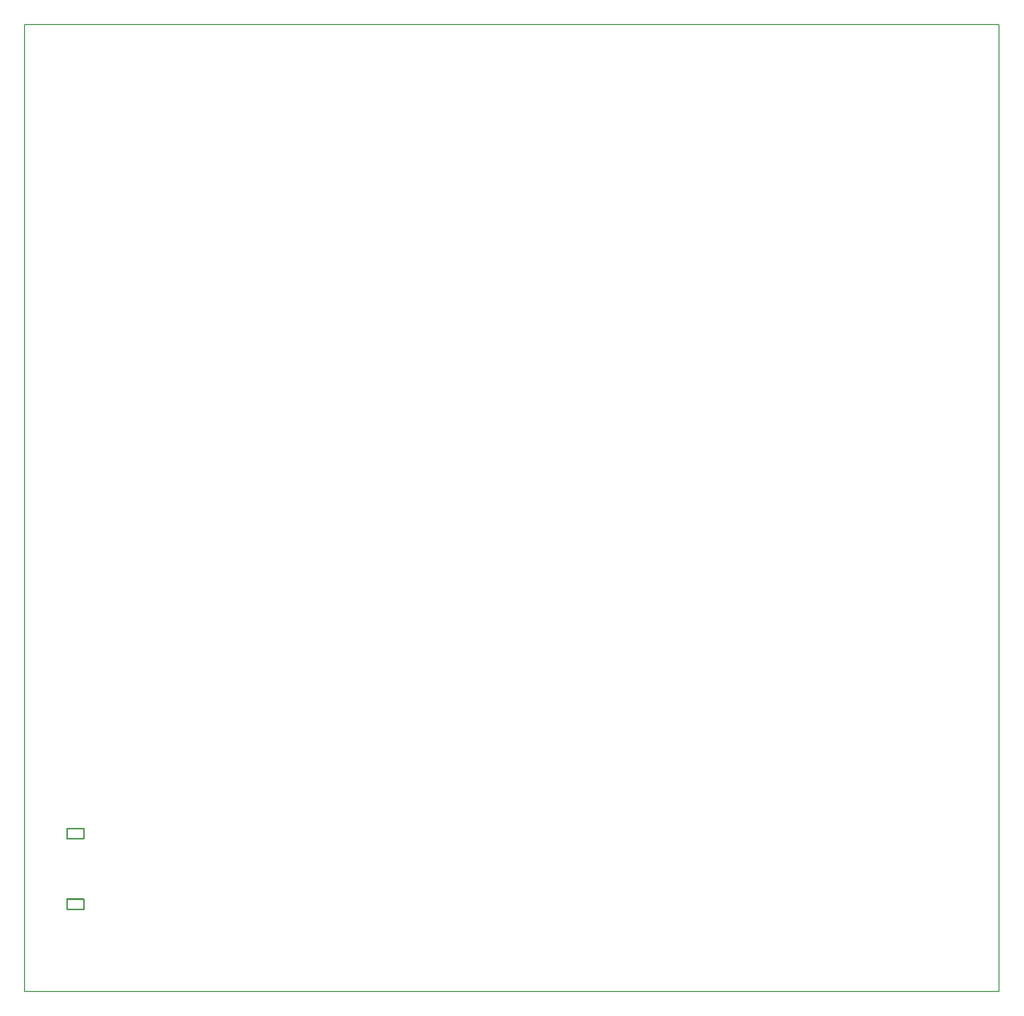
<source format=gm1>
G04*
G04  File:            TOPBOARD-V5.1.2.GM1, Thu Sep 18 12:29:38 2025*
G04  Source:          P-CAD 2006 PCB, Version 19.02.958, (D:\PCAD-2006\Projects\Pentagon-4096\Hardware\TopBoard-v5.1.2.PCB)*
G04  Format:          Gerber Format (RS-274-D), ASCII*
G04*
G04  Format Options:  Absolute Positioning*
G04                   Leading-Zero Suppression*
G04                   Scale Factor 1:1*
G04                   NO Circular Interpolation*
G04                   Inch Units*
G04                   Numeric Format: 4.4 (XXXX.XXXX)*
G04                   G54 NOT Used for Aperture Change*
G04                   Apertures Embedded*
G04*
G04  File Options:    Offset = (0.0mil,0.0mil)*
G04                   Drill Symbol Size = 80.0mil*
G04                   No Pad/Via Holes*
G04*
G04  File Contents:   No Pads*
G04                   No Vias*
G04                   No Designators*
G04                   No Types*
G04                   No Values*
G04                   No Drill Symbols*
G04                   Board*
G04*
%INTOPBOARD-V5.1.2.GM1*%
%ICAS*%
%MOIN*%
G04*
G04  Aperture MACROs for general use --- invoked via D-code assignment *
G04*
G04  General MACRO for flashed round with rotation and/or offset hole *
%AMROTOFFROUND*
1,1,$1,0.0000,0.0000*
1,0,$2,$3,$4*%
G04*
G04  General MACRO for flashed oval (obround) with rotation and/or offset hole *
%AMROTOFFOVAL*
21,1,$1,$2,0.0000,0.0000,$3*
1,1,$4,$5,$6*
1,1,$4,0-$5,0-$6*
1,0,$7,$8,$9*%
G04*
G04  General MACRO for flashed oval (obround) with rotation and no hole *
%AMROTOVALNOHOLE*
21,1,$1,$2,0.0000,0.0000,$3*
1,1,$4,$5,$6*
1,1,$4,0-$5,0-$6*%
G04*
G04  General MACRO for flashed rectangle with rotation and/or offset hole *
%AMROTOFFRECT*
21,1,$1,$2,0.0000,0.0000,$3*
1,0,$4,$5,$6*%
G04*
G04  General MACRO for flashed rectangle with rotation and no hole *
%AMROTRECTNOHOLE*
21,1,$1,$2,0.0000,0.0000,$3*%
G04*
G04  General MACRO for flashed rounded-rectangle *
%AMROUNDRECT*
21,1,$1,$2-$4,0.0000,0.0000,$3*
21,1,$1-$4,$2,0.0000,0.0000,$3*
1,1,$4,$5,$6*
1,1,$4,$7,$8*
1,1,$4,0-$5,0-$6*
1,1,$4,0-$7,0-$8*
1,0,$9,$10,$11*%
G04*
G04  General MACRO for flashed rounded-rectangle with rotation and no hole *
%AMROUNDRECTNOHOLE*
21,1,$1,$2-$4,0.0000,0.0000,$3*
21,1,$1-$4,$2,0.0000,0.0000,$3*
1,1,$4,$5,$6*
1,1,$4,$7,$8*
1,1,$4,0-$5,0-$6*
1,1,$4,0-$7,0-$8*%
G04*
G04  General MACRO for flashed regular polygon *
%AMREGPOLY*
5,1,$1,0.0000,0.0000,$2,$3+$4*
1,0,$5,$6,$7*%
G04*
G04  General MACRO for flashed regular polygon with no hole *
%AMREGPOLYNOHOLE*
5,1,$1,0.0000,0.0000,$2,$3+$4*%
G04*
G04  General MACRO for target *
%AMTARGET*
6,0,0,$1,$2,$3,4,$4,$5,$6*%
G04*
G04  General MACRO for mounting hole *
%AMMTHOLE*
1,1,$1,0,0*
1,0,$2,0,0*
$1=$1-$2*
$1=$1/2*
21,1,$2+$1,$3,0,0,$4*
21,1,$3,$2+$1,0,0,$4*%
G04*
G04*
G04  D10 : "Ellipse X10.0mil Y10.0mil H0.0mil 0.0deg (0.0mil,0.0mil) Draw"*
G04  Disc: OuterDia=0.0100*
%ADD10C, 0.0100*%
G04  D11 : "Ellipse X15.0mil Y15.0mil H0.0mil 0.0deg (0.0mil,0.0mil) Draw"*
G04  Disc: OuterDia=0.0150*
%ADD11C, 0.0150*%
G04  D12 : "Ellipse X16.0mil Y16.0mil H0.0mil 0.0deg (0.0mil,0.0mil) Draw"*
G04  Disc: OuterDia=0.0160*
%ADD12C, 0.0160*%
G04  D13 : "Ellipse X20.0mil Y20.0mil H0.0mil 0.0deg (0.0mil,0.0mil) Draw"*
G04  Disc: OuterDia=0.0200*
%ADD13C, 0.0200*%
G04  D14 : "Ellipse X25.0mil Y25.0mil H0.0mil 0.0deg (0.0mil,0.0mil) Draw"*
G04  Disc: OuterDia=0.0250*
%ADD14C, 0.0250*%
G04  D15 : "Ellipse X40.0mil Y40.0mil H0.0mil 0.0deg (0.0mil,0.0mil) Draw"*
G04  Disc: OuterDia=0.0400*
%ADD15C, 0.0400*%
G04  D16 : "Ellipse X5.0mil Y5.0mil H0.0mil 0.0deg (0.0mil,0.0mil) Draw"*
G04  Disc: OuterDia=0.0050*
%ADD16C, 0.0050*%
G04  D17 : "Ellipse X6.0mil Y6.0mil H0.0mil 0.0deg (0.0mil,0.0mil) Draw"*
G04  Disc: OuterDia=0.0060*
%ADD17C, 0.0060*%
G04  D18 : "Ellipse X9.8mil Y9.8mil H0.0mil 0.0deg (0.0mil,0.0mil) Draw"*
G04  Disc: OuterDia=0.0098*
%ADD18C, 0.0098*%
G04  D19 : "Ellipse X9.8mil Y9.8mil H0.0mil 0.0deg (0.0mil,0.0mil) Draw"*
G04  Disc: OuterDia=0.0098*
%ADD19C, 0.0098*%
G04  D20 : "Ellipse X111.0mil Y111.0mil H0.0mil 0.0deg (0.0mil,0.0mil) Flash"*
G04  Disc: OuterDia=0.1110*
%ADD20C, 0.1110*%
G04  D21 : "Ellipse X128.0mil Y128.0mil H0.0mil 0.0deg (0.0mil,0.0mil) Flash"*
G04  Disc: OuterDia=0.1280*
%ADD21C, 0.1280*%
G04  D22 : "Ellipse X143.0mil Y143.0mil H0.0mil 0.0deg (0.0mil,0.0mil) Flash"*
G04  Disc: OuterDia=0.1430*
%ADD22C, 0.1430*%
G04  D23 : "Ellipse X200.0mil Y200.0mil H0.0mil 0.0deg (0.0mil,0.0mil) Flash"*
G04  Disc: OuterDia=0.2000*
%ADD23C, 0.2000*%
G04  D24 : "Ellipse X215.0mil Y215.0mil H0.0mil 0.0deg (0.0mil,0.0mil) Flash"*
G04  Disc: OuterDia=0.2150*
%ADD24C, 0.2150*%
G04  D25 : "Ellipse X50.0mil Y50.0mil H0.0mil 0.0deg (0.0mil,0.0mil) Flash"*
G04  Disc: OuterDia=0.0500*
%ADD25C, 0.0500*%
G04  D26 : "Ellipse X58.0mil Y58.0mil H0.0mil 0.0deg (0.0mil,0.0mil) Flash"*
G04  Disc: OuterDia=0.0580*
%ADD26C, 0.0580*%
G04  D27 : "Ellipse X60.0mil Y60.0mil H0.0mil 0.0deg (0.0mil,0.0mil) Flash"*
G04  Disc: OuterDia=0.0600*
%ADD27C, 0.0600*%
G04  D28 : "Ellipse X64.0mil Y64.0mil H0.0mil 0.0deg (0.0mil,0.0mil) Flash"*
G04  Disc: OuterDia=0.0640*
%ADD28C, 0.0640*%
G04  D29 : "Ellipse X65.0mil Y65.0mil H0.0mil 0.0deg (0.0mil,0.0mil) Flash"*
G04  Disc: OuterDia=0.0650*
%ADD29C, 0.0650*%
G04  D30 : "Ellipse X69.0mil Y69.0mil H0.0mil 0.0deg (0.0mil,0.0mil) Flash"*
G04  Disc: OuterDia=0.0690*
%ADD30C, 0.0690*%
G04  D31 : "Ellipse X73.0mil Y73.0mil H0.0mil 0.0deg (0.0mil,0.0mil) Flash"*
G04  Disc: OuterDia=0.0730*
%ADD31C, 0.0730*%
G04  D32 : "Ellipse X75.0mil Y75.0mil H0.0mil 0.0deg (0.0mil,0.0mil) Flash"*
G04  Disc: OuterDia=0.0750*
%ADD32C, 0.0750*%
G04  D33 : "Ellipse X79.0mil Y79.0mil H0.0mil 0.0deg (0.0mil,0.0mil) Flash"*
G04  Disc: OuterDia=0.0790*
%ADD33C, 0.0790*%
G04  D34 : "Ellipse X84.0mil Y84.0mil H0.0mil 0.0deg (0.0mil,0.0mil) Flash"*
G04  Disc: OuterDia=0.0840*
%ADD34C, 0.0840*%
G04  D35 : "Ellipse X90.0mil Y90.0mil H0.0mil 0.0deg (0.0mil,0.0mil) Flash"*
G04  Disc: OuterDia=0.0900*
%ADD35C, 0.0900*%
G04  D36 : "Ellipse X96.0mil Y96.0mil H0.0mil 0.0deg (0.0mil,0.0mil) Flash"*
G04  Disc: OuterDia=0.0960*
%ADD36C, 0.0960*%
G04  D37 : "Rectangle X114.0mil Y114.0mil H0.0mil 0.0deg (0.0mil,0.0mil) Flash"*
G04  Square: Side=0.1140, Rotation=0.0, OffsetX=0.0000, OffsetY=0.0000, HoleDia=0.0000*
%ADD37R, 0.1140 X0.1140*%
G04  D38 : "Rectangle X50.0mil Y50.0mil H0.0mil 0.0deg (0.0mil,0.0mil) Flash"*
G04  Square: Side=0.0500, Rotation=0.0, OffsetX=0.0000, OffsetY=0.0000, HoleDia=0.0000*
%ADD38R, 0.0500 X0.0500*%
G04  D39 : "Rectangle X60.0mil Y60.0mil H0.0mil 0.0deg (0.0mil,0.0mil) Flash"*
G04  Square: Side=0.0600, Rotation=0.0, OffsetX=0.0000, OffsetY=0.0000, HoleDia=0.0000*
%ADD39R, 0.0600 X0.0600*%
G04  D40 : "Rectangle X64.0mil Y64.0mil H0.0mil 0.0deg (0.0mil,0.0mil) Flash"*
G04  Square: Side=0.0640, Rotation=0.0, OffsetX=0.0000, OffsetY=0.0000, HoleDia=0.0000*
%ADD40R, 0.0640 X0.0640*%
G04  D41 : "Rectangle X65.0mil Y65.0mil H0.0mil 0.0deg (0.0mil,0.0mil) Flash"*
G04  Square: Side=0.0650, Rotation=0.0, OffsetX=0.0000, OffsetY=0.0000, HoleDia=0.0000*
%ADD41R, 0.0650 X0.0650*%
G04  D42 : "Rectangle X69.0mil Y69.0mil H0.0mil 0.0deg (0.0mil,0.0mil) Flash"*
G04  Square: Side=0.0690, Rotation=0.0, OffsetX=0.0000, OffsetY=0.0000, HoleDia=0.0000*
%ADD42R, 0.0690 X0.0690*%
G04  D43 : "Rectangle X75.0mil Y75.0mil H0.0mil 0.0deg (0.0mil,0.0mil) Flash"*
G04  Square: Side=0.0750, Rotation=0.0, OffsetX=0.0000, OffsetY=0.0000, HoleDia=0.0000*
%ADD43R, 0.0750 X0.0750*%
G04  D44 : "Rectangle X79.0mil Y79.0mil H0.0mil 0.0deg (0.0mil,0.0mil) Flash"*
G04  Square: Side=0.0790, Rotation=0.0, OffsetX=0.0000, OffsetY=0.0000, HoleDia=0.0000*
%ADD44R, 0.0790 X0.0790*%
G04  D45 : "Rectangle X84.0mil Y84.0mil H0.0mil 0.0deg (0.0mil,0.0mil) Flash"*
G04  Square: Side=0.0840, Rotation=0.0, OffsetX=0.0000, OffsetY=0.0000, HoleDia=0.0000*
%ADD45R, 0.0840 X0.0840*%
G04  D46 : "Rectangle X99.0mil Y99.0mil H0.0mil 0.0deg (0.0mil,0.0mil) Flash"*
G04  Square: Side=0.0990, Rotation=0.0, OffsetX=0.0000, OffsetY=0.0000, HoleDia=0.0000*
%ADD46R, 0.0990 X0.0990*%
G04  D47 : "Ellipse X30.0mil Y30.0mil H0.0mil 0.0deg (0.0mil,0.0mil) Flash"*
G04  Disc: OuterDia=0.0300*
%ADD47C, 0.0300*%
G04  D48 : "Ellipse X45.0mil Y45.0mil H0.0mil 0.0deg (0.0mil,0.0mil) Flash"*
G04  Disc: OuterDia=0.0450*
%ADD48C, 0.0450*%
G04*
%FSLAX44Y44*%
%SFA1B1*%
%OFA0.0000B0.0000*%
G04*
G70*
G90*
G01*
D2*
%LNBoard*%
%LPD*%
D16*
X102905Y164295*
X102910Y163580D1*
X104095*
Y164295*
X102905*
X102912Y159416D2*
Y158697D1*
X104100*
Y159416*
X102912*
X100000Y220000D2*
Y153000D1*
X167500*
Y220000*
X100000*
D2*
D10*
X104094Y163586*
Y164295D1*
X102913D2*
Y163586D1*
X104094Y158704D2*
Y159413D1*
X102913D2*
Y158704D1*
Y163586D2*
X104094D1*
Y164295D2*
X102913D1*
Y158704D2*
X104094D1*
Y159413D2*
X102913D1*
D02M02*

</source>
